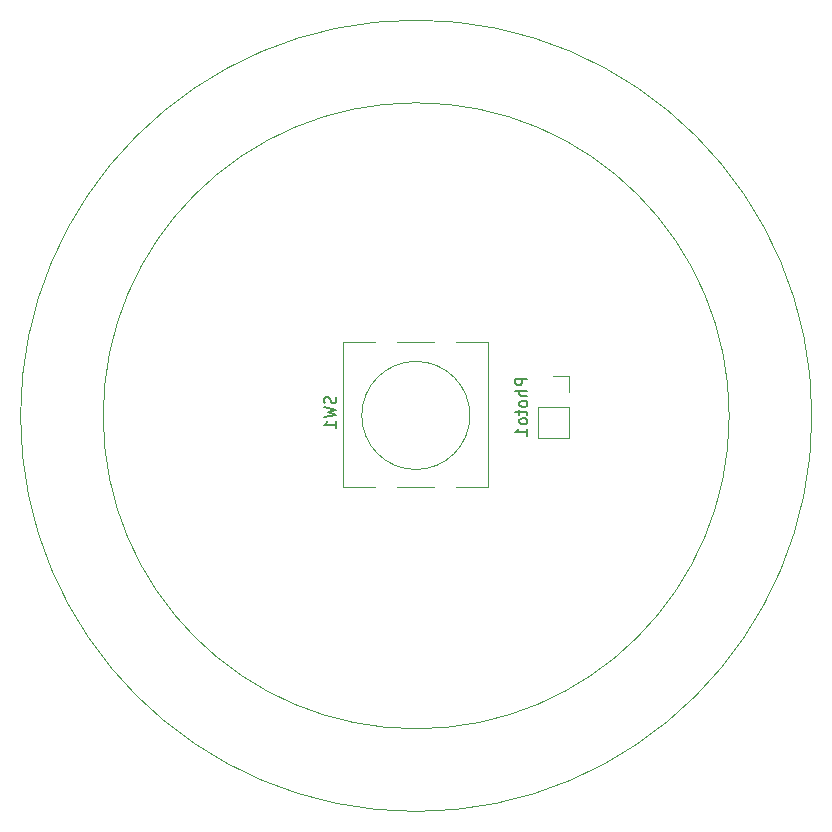
<source format=gbr>
G04 #@! TF.GenerationSoftware,KiCad,Pcbnew,(5.1.5)-3*
G04 #@! TF.CreationDate,2020-05-09T23:00:35+03:00*
G04 #@! TF.ProjectId,iceCube,69636543-7562-4652-9e6b-696361645f70,rev?*
G04 #@! TF.SameCoordinates,Original*
G04 #@! TF.FileFunction,Legend,Bot*
G04 #@! TF.FilePolarity,Positive*
%FSLAX46Y46*%
G04 Gerber Fmt 4.6, Leading zero omitted, Abs format (unit mm)*
G04 Created by KiCad (PCBNEW (5.1.5)-3) date 2020-05-09 23:00:35*
%MOMM*%
%LPD*%
G04 APERTURE LIST*
%ADD10C,0.120000*%
%ADD11C,0.150000*%
G04 APERTURE END LIST*
D10*
X161500000Y-135000000D02*
G75*
G03X161500000Y-135000000I-26500000J0D01*
G01*
X168500000Y-135000000D02*
G75*
G03X168500000Y-135000000I-33500000J0D01*
G01*
X147930000Y-136870000D02*
X145270000Y-136870000D01*
X147930000Y-134270000D02*
X147930000Y-136870000D01*
X145270000Y-134270000D02*
X145270000Y-136870000D01*
X147930000Y-134270000D02*
X145270000Y-134270000D01*
X147930000Y-133000000D02*
X147930000Y-131670000D01*
X147930000Y-131670000D02*
X146600000Y-131670000D01*
X128780000Y-128720000D02*
X128780000Y-141020000D01*
X133360000Y-141020000D02*
X136500000Y-141020000D01*
X141080000Y-141020000D02*
X141080000Y-128720000D01*
X131500000Y-128720000D02*
X128780000Y-128720000D01*
X139549050Y-134970000D02*
G75*
G03X139549050Y-134970000I-4579050J0D01*
G01*
X141080000Y-128720000D02*
X138360000Y-128720000D01*
X136500000Y-128720000D02*
X133360000Y-128720000D01*
X138360000Y-141020000D02*
X141080000Y-141020000D01*
X128780000Y-141020000D02*
X131500000Y-141020000D01*
D11*
X144402380Y-131859047D02*
X143402380Y-131859047D01*
X143402380Y-132240000D01*
X143450000Y-132335238D01*
X143497619Y-132382857D01*
X143592857Y-132430476D01*
X143735714Y-132430476D01*
X143830952Y-132382857D01*
X143878571Y-132335238D01*
X143926190Y-132240000D01*
X143926190Y-131859047D01*
X144402380Y-132859047D02*
X143402380Y-132859047D01*
X144402380Y-133287619D02*
X143878571Y-133287619D01*
X143783333Y-133240000D01*
X143735714Y-133144761D01*
X143735714Y-133001904D01*
X143783333Y-132906666D01*
X143830952Y-132859047D01*
X144402380Y-133906666D02*
X144354761Y-133811428D01*
X144307142Y-133763809D01*
X144211904Y-133716190D01*
X143926190Y-133716190D01*
X143830952Y-133763809D01*
X143783333Y-133811428D01*
X143735714Y-133906666D01*
X143735714Y-134049523D01*
X143783333Y-134144761D01*
X143830952Y-134192380D01*
X143926190Y-134240000D01*
X144211904Y-134240000D01*
X144307142Y-134192380D01*
X144354761Y-134144761D01*
X144402380Y-134049523D01*
X144402380Y-133906666D01*
X143735714Y-134525714D02*
X143735714Y-134906666D01*
X143402380Y-134668571D02*
X144259523Y-134668571D01*
X144354761Y-134716190D01*
X144402380Y-134811428D01*
X144402380Y-134906666D01*
X144402380Y-135382857D02*
X144354761Y-135287619D01*
X144307142Y-135240000D01*
X144211904Y-135192380D01*
X143926190Y-135192380D01*
X143830952Y-135240000D01*
X143783333Y-135287619D01*
X143735714Y-135382857D01*
X143735714Y-135525714D01*
X143783333Y-135620952D01*
X143830952Y-135668571D01*
X143926190Y-135716190D01*
X144211904Y-135716190D01*
X144307142Y-135668571D01*
X144354761Y-135620952D01*
X144402380Y-135525714D01*
X144402380Y-135382857D01*
X144402380Y-136668571D02*
X144402380Y-136097142D01*
X144402380Y-136382857D02*
X143402380Y-136382857D01*
X143545238Y-136287619D01*
X143640476Y-136192380D01*
X143688095Y-136097142D01*
X128174761Y-133366666D02*
X128222380Y-133509523D01*
X128222380Y-133747619D01*
X128174761Y-133842857D01*
X128127142Y-133890476D01*
X128031904Y-133938095D01*
X127936666Y-133938095D01*
X127841428Y-133890476D01*
X127793809Y-133842857D01*
X127746190Y-133747619D01*
X127698571Y-133557142D01*
X127650952Y-133461904D01*
X127603333Y-133414285D01*
X127508095Y-133366666D01*
X127412857Y-133366666D01*
X127317619Y-133414285D01*
X127270000Y-133461904D01*
X127222380Y-133557142D01*
X127222380Y-133795238D01*
X127270000Y-133938095D01*
X127222380Y-134271428D02*
X128222380Y-134509523D01*
X127508095Y-134700000D01*
X128222380Y-134890476D01*
X127222380Y-135128571D01*
X128222380Y-136033333D02*
X128222380Y-135461904D01*
X128222380Y-135747619D02*
X127222380Y-135747619D01*
X127365238Y-135652380D01*
X127460476Y-135557142D01*
X127508095Y-135461904D01*
M02*

</source>
